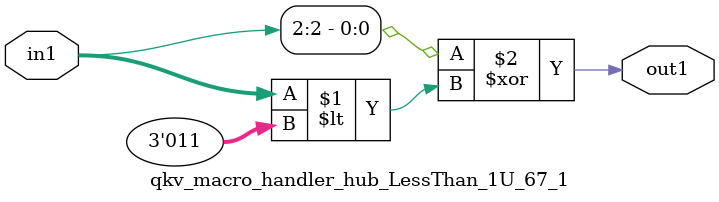
<source format=v>

`timescale 1ps / 1ps


module qkv_macro_handler_hub_LessThan_1U_67_1( in1, out1 );

    input [2:0] in1;
    output out1;

    
    // rtl_process:qkv_macro_handler_hub_LessThan_1U_67_1/qkv_macro_handler_hub_LessThan_1U_67_1_thread_1
    assign out1 = (in1[2] ^ in1 < 3'd3);

endmodule


</source>
